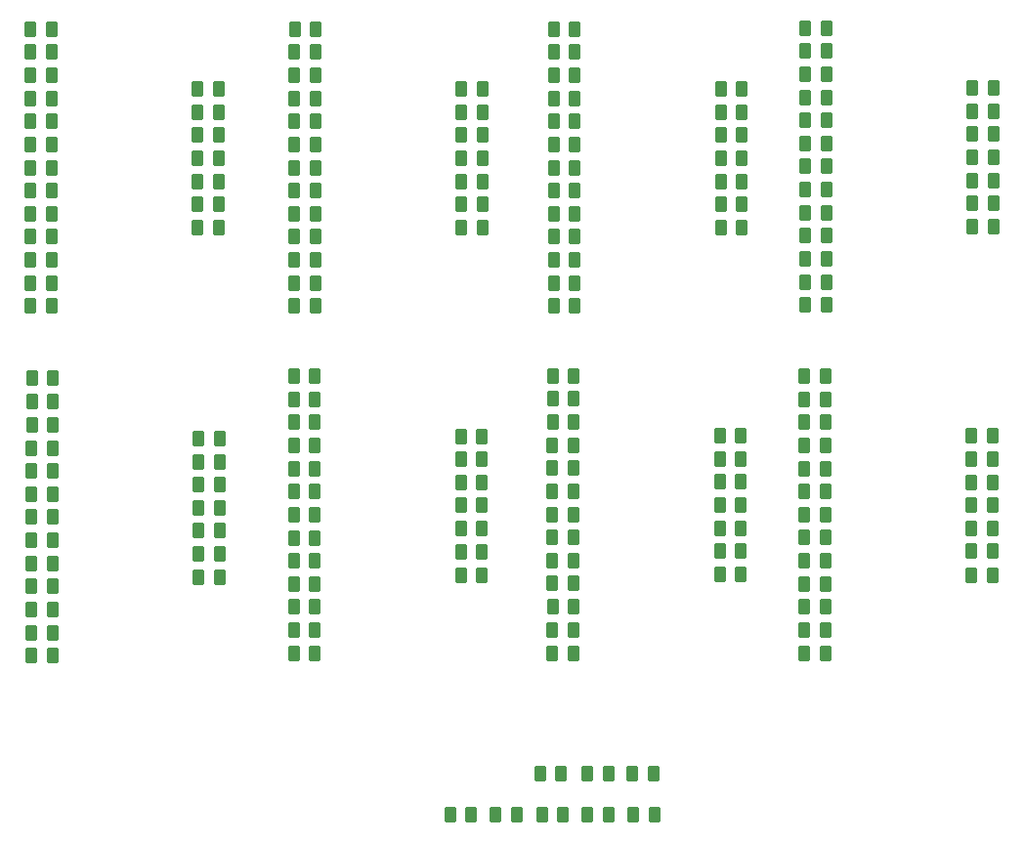
<source format=gbr>
%TF.GenerationSoftware,KiCad,Pcbnew,9.0.7*%
%TF.CreationDate,2026-01-15T13:11:20+00:00*%
%TF.ProjectId,reg,7265672e-6b69-4636-9164-5f7063625858,rev?*%
%TF.SameCoordinates,Original*%
%TF.FileFunction,Paste,Top*%
%TF.FilePolarity,Positive*%
%FSLAX46Y46*%
G04 Gerber Fmt 4.6, Leading zero omitted, Abs format (unit mm)*
G04 Created by KiCad (PCBNEW 9.0.7) date 2026-01-15 13:11:20*
%MOMM*%
%LPD*%
G01*
G04 APERTURE LIST*
G04 Aperture macros list*
%AMRoundRect*
0 Rectangle with rounded corners*
0 $1 Rounding radius*
0 $2 $3 $4 $5 $6 $7 $8 $9 X,Y pos of 4 corners*
0 Add a 4 corners polygon primitive as box body*
4,1,4,$2,$3,$4,$5,$6,$7,$8,$9,$2,$3,0*
0 Add four circle primitives for the rounded corners*
1,1,$1+$1,$2,$3*
1,1,$1+$1,$4,$5*
1,1,$1+$1,$6,$7*
1,1,$1+$1,$8,$9*
0 Add four rect primitives between the rounded corners*
20,1,$1+$1,$2,$3,$4,$5,0*
20,1,$1+$1,$4,$5,$6,$7,0*
20,1,$1+$1,$6,$7,$8,$9,0*
20,1,$1+$1,$8,$9,$2,$3,0*%
G04 Aperture macros list end*
%ADD10RoundRect,0.250000X-0.262500X-0.450000X0.262500X-0.450000X0.262500X0.450000X-0.262500X0.450000X0*%
G04 APERTURE END LIST*
D10*
%TO.C,R407*%
X71537051Y-44289023D03*
X73362051Y-44289023D03*
%TD*%
%TO.C,R903*%
X107738518Y-73599800D03*
X109563518Y-73599800D03*
%TD*%
%TO.C,R509*%
X107834772Y-31380819D03*
X109659772Y-31380819D03*
%TD*%
%TO.C,R807*%
X71450440Y-74350943D03*
X73275440Y-74350943D03*
%TD*%
%TO.C,R505*%
X93362618Y-30189977D03*
X95187618Y-30189977D03*
%TD*%
%TO.C,R319*%
X49100733Y-26268489D03*
X50925733Y-26268489D03*
%TD*%
%TO.C,R713*%
X49016110Y-68383776D03*
X50841110Y-68383776D03*
%TD*%
%TO.C,R616*%
X40798892Y-65775600D03*
X42623892Y-65775600D03*
%TD*%
%TO.C,R719*%
X49047951Y-56364242D03*
X50872951Y-56364242D03*
%TD*%
%TO.C,R312*%
X63568892Y-41472136D03*
X65393892Y-41472136D03*
%TD*%
%TO.C,R712*%
X63516110Y-71567889D03*
X65341110Y-71567889D03*
%TD*%
%TO.C,R203*%
X40677314Y-43520988D03*
X42502314Y-43520988D03*
%TD*%
%TO.C,R720*%
X49043956Y-58377047D03*
X50868956Y-58377047D03*
%TD*%
%TO.C,R412*%
X86037051Y-41473136D03*
X87862051Y-41473136D03*
%TD*%
%TO.C,R901*%
X93259079Y-72367835D03*
X95084079Y-72367835D03*
%TD*%
%TO.C,R513*%
X93334772Y-38196706D03*
X95159772Y-38196706D03*
%TD*%
%TO.C,R706*%
X49016110Y-70383776D03*
X50841110Y-70383776D03*
%TD*%
%TO.C,R908*%
X93259079Y-62367835D03*
X95084079Y-62367835D03*
%TD*%
%TO.C,R510*%
X93334772Y-34196706D03*
X95159772Y-34196706D03*
%TD*%
%TO.C,R808*%
X71450440Y-62350943D03*
X73275440Y-62350943D03*
%TD*%
%TO.C,R102*%
X78369678Y-90860409D03*
X80194678Y-90860409D03*
%TD*%
%TO.C,R610*%
X26298892Y-64584376D03*
X28123892Y-64584376D03*
%TD*%
%TO.C,R810*%
X71450440Y-64350943D03*
X73275440Y-64350943D03*
%TD*%
%TO.C,R209*%
X40697875Y-31473136D03*
X42522875Y-31473136D03*
%TD*%
%TO.C,R614*%
X26298892Y-66584376D03*
X28123892Y-66584376D03*
%TD*%
%TO.C,R809*%
X85950440Y-61535056D03*
X87775440Y-61535056D03*
%TD*%
%TO.C,R310*%
X49068892Y-34288023D03*
X50893892Y-34288023D03*
%TD*%
%TO.C,R402*%
X71537453Y-48301610D03*
X73362453Y-48301610D03*
%TD*%
%TO.C,R210*%
X26197875Y-34289023D03*
X28022875Y-34289023D03*
%TD*%
%TO.C,R611*%
X26309608Y-76581328D03*
X28134608Y-76581328D03*
%TD*%
%TO.C,R106*%
X74457178Y-94360409D03*
X76282178Y-94360409D03*
%TD*%
%TO.C,R107*%
X66531501Y-94366601D03*
X68356501Y-94366601D03*
%TD*%
%TO.C,R711*%
X49026826Y-76380728D03*
X50851826Y-76380728D03*
%TD*%
%TO.C,R208*%
X26197875Y-32289023D03*
X28022875Y-32289023D03*
%TD*%
%TO.C,R206*%
X26197875Y-40289023D03*
X28022875Y-40289023D03*
%TD*%
%TO.C,R703*%
X63495549Y-73615741D03*
X65320549Y-73615741D03*
%TD*%
%TO.C,R318*%
X63568892Y-33479247D03*
X65393892Y-33479247D03*
%TD*%
%TO.C,R913*%
X93259079Y-68367835D03*
X95084079Y-68367835D03*
%TD*%
%TO.C,R316*%
X63568892Y-35479247D03*
X65393892Y-35479247D03*
%TD*%
%TO.C,R811*%
X71461156Y-76347895D03*
X73286156Y-76347895D03*
%TD*%
%TO.C,R705*%
X49043956Y-60377047D03*
X50868956Y-60377047D03*
%TD*%
%TO.C,R906*%
X93259079Y-70367835D03*
X95084079Y-70367835D03*
%TD*%
%TO.C,R410*%
X71537051Y-34289023D03*
X73362051Y-34289023D03*
%TD*%
%TO.C,R507*%
X93334772Y-44196706D03*
X95159772Y-44196706D03*
%TD*%
%TO.C,R607*%
X26298892Y-74584376D03*
X28123892Y-74584376D03*
%TD*%
%TO.C,R303*%
X63548331Y-43519988D03*
X65373331Y-43519988D03*
%TD*%
%TO.C,R411*%
X71547767Y-46285975D03*
X73372767Y-46285975D03*
%TD*%
%TO.C,R305*%
X49096738Y-30281294D03*
X50921738Y-30281294D03*
%TD*%
%TO.C,R414*%
X71537051Y-36289023D03*
X73362051Y-36289023D03*
%TD*%
%TO.C,R103*%
X74457178Y-90860409D03*
X76282178Y-90860409D03*
%TD*%
%TO.C,R813*%
X71450440Y-68350943D03*
X73275440Y-68350943D03*
%TD*%
%TO.C,R806*%
X71450440Y-70350943D03*
X73275440Y-70350943D03*
%TD*%
%TO.C,R805*%
X71478286Y-60344214D03*
X73303286Y-60344214D03*
%TD*%
%TO.C,R802*%
X71450842Y-78363530D03*
X73275842Y-78363530D03*
%TD*%
%TO.C,R202*%
X26198277Y-48301610D03*
X28023277Y-48301610D03*
%TD*%
%TO.C,R416*%
X86037051Y-35480247D03*
X87862051Y-35480247D03*
%TD*%
%TO.C,R619*%
X26330733Y-56564842D03*
X28155733Y-56564842D03*
%TD*%
%TO.C,R408*%
X71537051Y-32289023D03*
X73362051Y-32289023D03*
%TD*%
%TO.C,R201*%
X26197875Y-42289023D03*
X28022875Y-42289023D03*
%TD*%
%TO.C,R613*%
X26298892Y-68584376D03*
X28123892Y-68584376D03*
%TD*%
%TO.C,R818*%
X85950440Y-63542167D03*
X87775440Y-63542167D03*
%TD*%
%TO.C,R716*%
X63516110Y-65575000D03*
X65341110Y-65575000D03*
%TD*%
%TO.C,R204*%
X26198277Y-50301610D03*
X28023277Y-50301610D03*
%TD*%
%TO.C,R605*%
X26326738Y-60577647D03*
X28151738Y-60577647D03*
%TD*%
%TO.C,R309*%
X63568892Y-31472136D03*
X65393892Y-31472136D03*
%TD*%
%TO.C,R515*%
X107834772Y-39387930D03*
X109659772Y-39387930D03*
%TD*%
%TO.C,R602*%
X26299294Y-78596963D03*
X28124294Y-78596963D03*
%TD*%
%TO.C,R511*%
X93345488Y-46193658D03*
X95170488Y-46193658D03*
%TD*%
%TO.C,R817*%
X85950440Y-67542167D03*
X87775440Y-67542167D03*
%TD*%
%TO.C,R615*%
X40798892Y-69775600D03*
X42623892Y-69775600D03*
%TD*%
%TO.C,R910*%
X93259079Y-64367835D03*
X95084079Y-64367835D03*
%TD*%
%TO.C,R920*%
X93286925Y-58361106D03*
X95111925Y-58361106D03*
%TD*%
%TO.C,R212*%
X40697875Y-41473136D03*
X42522875Y-41473136D03*
%TD*%
%TO.C,R620*%
X26326738Y-58577647D03*
X28151738Y-58577647D03*
%TD*%
%TO.C,R701*%
X49016110Y-72383776D03*
X50841110Y-72383776D03*
%TD*%
%TO.C,R702*%
X49016512Y-78396363D03*
X50841512Y-78396363D03*
%TD*%
%TO.C,R603*%
X40778331Y-73816341D03*
X42603331Y-73816341D03*
%TD*%
%TO.C,R609*%
X40798892Y-61768489D03*
X42623892Y-61768489D03*
%TD*%
%TO.C,R608*%
X26298892Y-62584376D03*
X28123892Y-62584376D03*
%TD*%
%TO.C,R506*%
X93334772Y-40196706D03*
X95159772Y-40196706D03*
%TD*%
%TO.C,R819*%
X71482281Y-56331409D03*
X73307281Y-56331409D03*
%TD*%
%TO.C,R710*%
X49016110Y-64383776D03*
X50841110Y-64383776D03*
%TD*%
%TO.C,R918*%
X107759079Y-63559059D03*
X109584079Y-63559059D03*
%TD*%
%TO.C,R718*%
X63516110Y-63575000D03*
X65341110Y-63575000D03*
%TD*%
%TO.C,R415*%
X86037051Y-39480247D03*
X87862051Y-39480247D03*
%TD*%
%TO.C,R714*%
X49016110Y-66383776D03*
X50841110Y-66383776D03*
%TD*%
%TO.C,R406*%
X71537051Y-40289023D03*
X73362051Y-40289023D03*
%TD*%
%TO.C,R915*%
X107759079Y-69559059D03*
X109584079Y-69559059D03*
%TD*%
%TO.C,R617*%
X40798892Y-67775600D03*
X42623892Y-67775600D03*
%TD*%
%TO.C,R820*%
X71478286Y-58344214D03*
X73303286Y-58344214D03*
%TD*%
%TO.C,R902*%
X93259481Y-78380422D03*
X95084481Y-78380422D03*
%TD*%
%TO.C,R804*%
X71450842Y-80363530D03*
X73275842Y-80363530D03*
%TD*%
%TO.C,R618*%
X40798892Y-63775600D03*
X42623892Y-63775600D03*
%TD*%
%TO.C,R205*%
X26225721Y-30282294D03*
X28050721Y-30282294D03*
%TD*%
%TO.C,R313*%
X49068892Y-38288023D03*
X50893892Y-38288023D03*
%TD*%
%TO.C,R911*%
X93269795Y-76364787D03*
X95094795Y-76364787D03*
%TD*%
%TO.C,R518*%
X107834772Y-33387930D03*
X109659772Y-33387930D03*
%TD*%
%TO.C,R317*%
X63568892Y-37479247D03*
X65393892Y-37479247D03*
%TD*%
%TO.C,R803*%
X85929879Y-73582908D03*
X87754879Y-73582908D03*
%TD*%
%TO.C,R715*%
X63516110Y-69575000D03*
X65341110Y-69575000D03*
%TD*%
%TO.C,R306*%
X49068892Y-40288023D03*
X50893892Y-40288023D03*
%TD*%
%TO.C,R909*%
X107759079Y-61551948D03*
X109584079Y-61551948D03*
%TD*%
%TO.C,R220*%
X26225721Y-28282294D03*
X28050721Y-28282294D03*
%TD*%
%TO.C,R213*%
X26197875Y-38289023D03*
X28022875Y-38289023D03*
%TD*%
%TO.C,R503*%
X107814211Y-43428671D03*
X109639211Y-43428671D03*
%TD*%
%TO.C,R105*%
X70369678Y-90860409D03*
X72194678Y-90860409D03*
%TD*%
%TO.C,R304*%
X49069294Y-50300610D03*
X50894294Y-50300610D03*
%TD*%
%TO.C,R601*%
X26298892Y-72584376D03*
X28123892Y-72584376D03*
%TD*%
%TO.C,R517*%
X107834772Y-37387930D03*
X109659772Y-37387930D03*
%TD*%
%TO.C,R801*%
X71450440Y-72350943D03*
X73275440Y-72350943D03*
%TD*%
%TO.C,R217*%
X40697875Y-37480247D03*
X42522875Y-37480247D03*
%TD*%
%TO.C,R606*%
X26298892Y-70584376D03*
X28123892Y-70584376D03*
%TD*%
%TO.C,R311*%
X49079608Y-46284975D03*
X50904608Y-46284975D03*
%TD*%
%TO.C,R516*%
X107834772Y-35387930D03*
X109659772Y-35387930D03*
%TD*%
%TO.C,R419*%
X71568892Y-26269489D03*
X73393892Y-26269489D03*
%TD*%
%TO.C,R418*%
X86037051Y-33480247D03*
X87862051Y-33480247D03*
%TD*%
%TO.C,R302*%
X49069294Y-48300610D03*
X50894294Y-48300610D03*
%TD*%
%TO.C,R211*%
X26208591Y-46285975D03*
X28033591Y-46285975D03*
%TD*%
%TO.C,R207*%
X26197875Y-44289023D03*
X28022875Y-44289023D03*
%TD*%
%TO.C,R214*%
X26197875Y-36289023D03*
X28022875Y-36289023D03*
%TD*%
%TO.C,R308*%
X49068892Y-32288023D03*
X50893892Y-32288023D03*
%TD*%
%TO.C,R314*%
X49068892Y-36288023D03*
X50893892Y-36288023D03*
%TD*%
%TO.C,R307*%
X49068892Y-44288023D03*
X50893892Y-44288023D03*
%TD*%
%TO.C,R216*%
X40697875Y-35480247D03*
X42522875Y-35480247D03*
%TD*%
%TO.C,R219*%
X26229716Y-26269489D03*
X28054716Y-26269489D03*
%TD*%
%TO.C,R403*%
X86016490Y-43520988D03*
X87841490Y-43520988D03*
%TD*%
%TO.C,R215*%
X40697875Y-39480247D03*
X42522875Y-39480247D03*
%TD*%
%TO.C,R816*%
X85950440Y-65542167D03*
X87775440Y-65542167D03*
%TD*%
%TO.C,R404*%
X71537453Y-50301610D03*
X73362453Y-50301610D03*
%TD*%
%TO.C,R904*%
X93259481Y-80380422D03*
X95084481Y-80380422D03*
%TD*%
%TO.C,R409*%
X86037051Y-31473136D03*
X87862051Y-31473136D03*
%TD*%
%TO.C,R514*%
X93334772Y-36196706D03*
X95159772Y-36196706D03*
%TD*%
%TO.C,R413*%
X71537051Y-38289023D03*
X73362051Y-38289023D03*
%TD*%
%TO.C,R504*%
X93335174Y-50209293D03*
X95160174Y-50209293D03*
%TD*%
%TO.C,R512*%
X107834772Y-41380819D03*
X109659772Y-41380819D03*
%TD*%
%TO.C,R814*%
X71450440Y-66350943D03*
X73275440Y-66350943D03*
%TD*%
%TO.C,R704*%
X49016512Y-80396363D03*
X50841512Y-80396363D03*
%TD*%
%TO.C,R508*%
X93334772Y-32196706D03*
X95159772Y-32196706D03*
%TD*%
%TO.C,R501*%
X93334772Y-42196706D03*
X95159772Y-42196706D03*
%TD*%
%TO.C,R218*%
X40697875Y-33480247D03*
X42522875Y-33480247D03*
%TD*%
%TO.C,R912*%
X107759079Y-71551948D03*
X109584079Y-71551948D03*
%TD*%
%TO.C,R320*%
X49096738Y-28281294D03*
X50921738Y-28281294D03*
%TD*%
%TO.C,R708*%
X49016110Y-62383776D03*
X50841110Y-62383776D03*
%TD*%
%TO.C,R520*%
X93362618Y-28189977D03*
X95187618Y-28189977D03*
%TD*%
%TO.C,R914*%
X93259079Y-66367835D03*
X95084079Y-66367835D03*
%TD*%
%TO.C,R104*%
X78457178Y-94360409D03*
X80282178Y-94360409D03*
%TD*%
%TO.C,R815*%
X85950440Y-69542167D03*
X87775440Y-69542167D03*
%TD*%
%TO.C,R707*%
X49016110Y-74383776D03*
X50841110Y-74383776D03*
%TD*%
%TO.C,R420*%
X71564897Y-28282294D03*
X73389897Y-28282294D03*
%TD*%
%TO.C,R917*%
X107759079Y-67559059D03*
X109584079Y-67559059D03*
%TD*%
%TO.C,R405*%
X71564897Y-30282294D03*
X73389897Y-30282294D03*
%TD*%
%TO.C,R916*%
X107759079Y-65559059D03*
X109584079Y-65559059D03*
%TD*%
%TO.C,R502*%
X93335174Y-48209293D03*
X95160174Y-48209293D03*
%TD*%
%TO.C,R101*%
X70544678Y-94360409D03*
X72369678Y-94360409D03*
%TD*%
%TO.C,R401*%
X71537051Y-42289023D03*
X73362051Y-42289023D03*
%TD*%
%TO.C,R108*%
X62584774Y-94389804D03*
X64409774Y-94389804D03*
%TD*%
%TO.C,R519*%
X93366613Y-26177172D03*
X95191613Y-26177172D03*
%TD*%
%TO.C,R301*%
X49068892Y-42288023D03*
X50893892Y-42288023D03*
%TD*%
%TO.C,R709*%
X63516110Y-61567889D03*
X65341110Y-61567889D03*
%TD*%
%TO.C,R812*%
X85950440Y-71535056D03*
X87775440Y-71535056D03*
%TD*%
%TO.C,R919*%
X93290920Y-56348301D03*
X95115920Y-56348301D03*
%TD*%
%TO.C,R604*%
X26299294Y-80596963D03*
X28124294Y-80596963D03*
%TD*%
%TO.C,R905*%
X93286925Y-60361106D03*
X95111925Y-60361106D03*
%TD*%
%TO.C,R315*%
X63568892Y-39479247D03*
X65393892Y-39479247D03*
%TD*%
%TO.C,R717*%
X63516110Y-67575000D03*
X65341110Y-67575000D03*
%TD*%
%TO.C,R907*%
X93259079Y-74367835D03*
X95084079Y-74367835D03*
%TD*%
%TO.C,R612*%
X40798892Y-71768489D03*
X42623892Y-71768489D03*
%TD*%
%TO.C,R417*%
X86037051Y-37480247D03*
X87862051Y-37480247D03*
%TD*%
M02*

</source>
